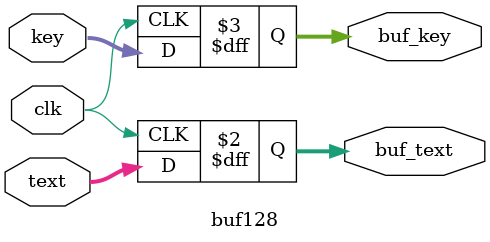
<source format=v>
module buf128 (
	input [127:0] text,
	input [127:0] key,
	input clk,
	output reg [127:0] buf_text,
	output reg [127:0] buf_key);

always @(posedge clk) begin 
buf_text<=text;
buf_key<=key;
end
endmodule

</source>
